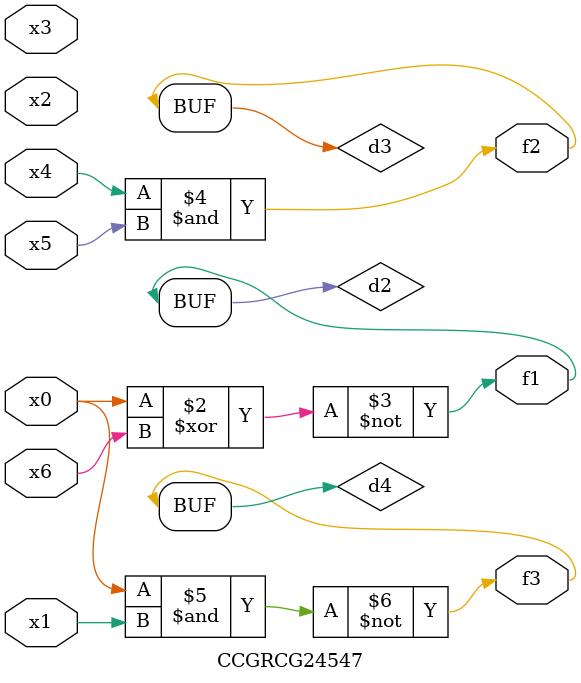
<source format=v>
module CCGRCG24547(
	input x0, x1, x2, x3, x4, x5, x6,
	output f1, f2, f3
);

	wire d1, d2, d3, d4;

	nor (d1, x0);
	xnor (d2, x0, x6);
	and (d3, x4, x5);
	nand (d4, x0, x1);
	assign f1 = d2;
	assign f2 = d3;
	assign f3 = d4;
endmodule

</source>
